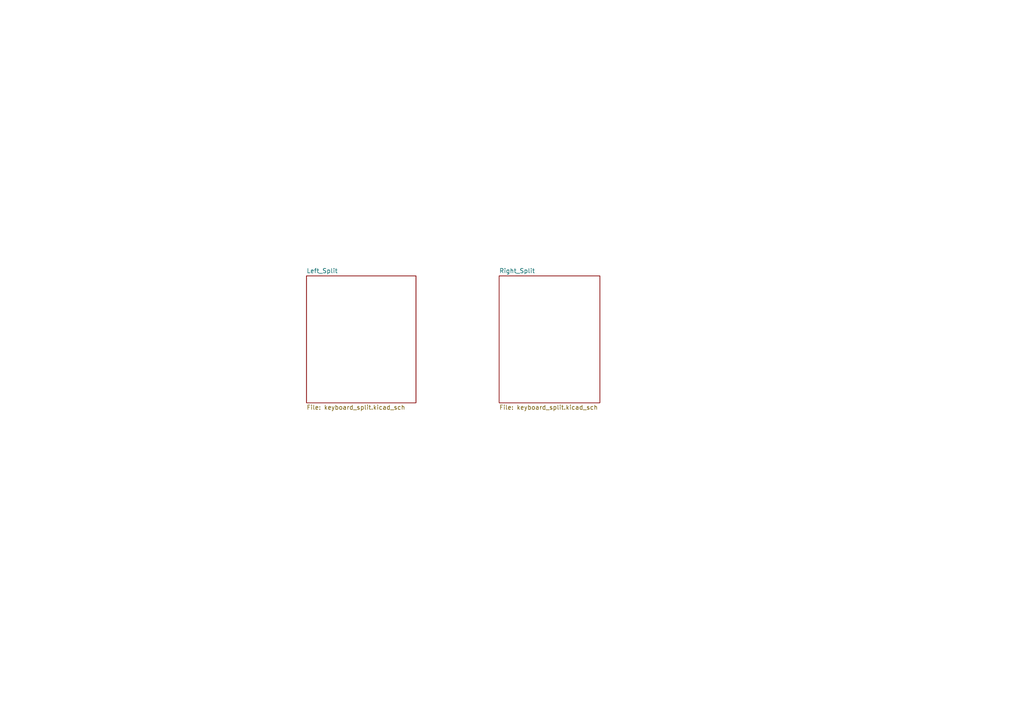
<source format=kicad_sch>
(kicad_sch
	(version 20250114)
	(generator "eeschema")
	(generator_version "9.0")
	(uuid "5002d705-2405-443c-97ea-61e8626c5e52")
	(paper "A4")
	(title_block
		(title "NeoSofle")
		(date "2025-08-31")
		(rev "0.2")
	)
	(lib_symbols)
	(sheet
		(at 144.78 80.01)
		(size 29.21 36.83)
		(exclude_from_sim no)
		(in_bom yes)
		(on_board yes)
		(dnp no)
		(fields_autoplaced yes)
		(stroke
			(width 0.1524)
			(type solid)
		)
		(fill
			(color 0 0 0 0.0000)
		)
		(uuid "5feb31d7-1e81-41e4-8971-6c378ecbda6f")
		(property "Sheetname" "Right_Split"
			(at 144.78 79.2984 0)
			(effects
				(font
					(size 1.27 1.27)
				)
				(justify left bottom)
			)
		)
		(property "Sheetfile" "keyboard_split.kicad_sch"
			(at 144.78 117.4246 0)
			(effects
				(font
					(size 1.27 1.27)
				)
				(justify left top)
			)
		)
		(instances
			(project "NeoSofle"
				(path "/5002d705-2405-443c-97ea-61e8626c5e52"
					(page "2")
				)
			)
		)
	)
	(sheet
		(at 88.9 80.01)
		(size 31.75 36.83)
		(exclude_from_sim no)
		(in_bom yes)
		(on_board yes)
		(dnp no)
		(fields_autoplaced yes)
		(stroke
			(width 0.1524)
			(type solid)
		)
		(fill
			(color 0 0 0 0.0000)
		)
		(uuid "cc7c56fa-e89c-4a60-b30f-f599b5dd39bc")
		(property "Sheetname" "Left_Split"
			(at 88.9 79.2984 0)
			(effects
				(font
					(size 1.27 1.27)
				)
				(justify left bottom)
			)
		)
		(property "Sheetfile" "keyboard_split.kicad_sch"
			(at 88.9 117.4246 0)
			(effects
				(font
					(size 1.27 1.27)
				)
				(justify left top)
			)
		)
		(instances
			(project "NeoSofle"
				(path "/5002d705-2405-443c-97ea-61e8626c5e52"
					(page "3")
				)
			)
		)
	)
	(sheet_instances
		(path "/"
			(page "1")
		)
	)
	(embedded_fonts no)
)

</source>
